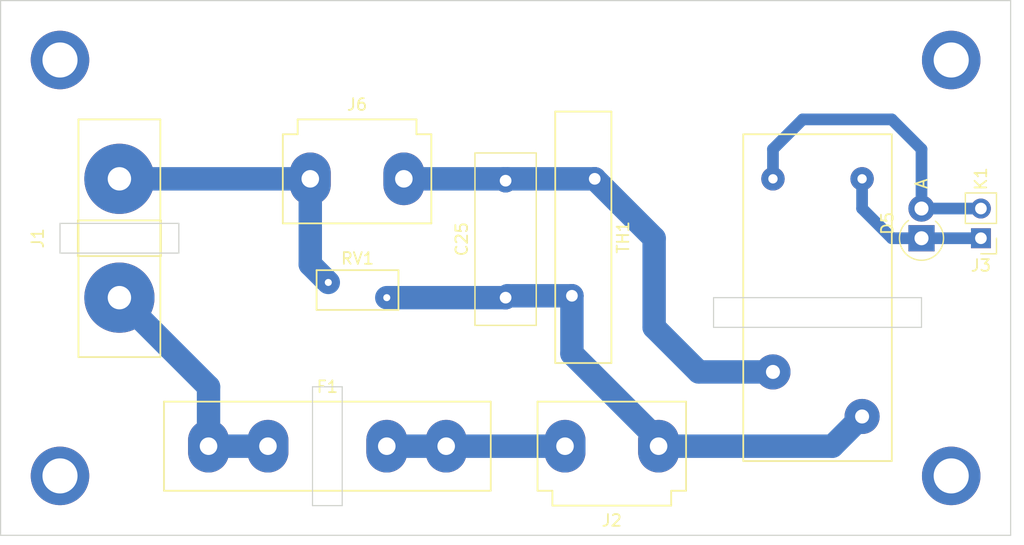
<source format=kicad_pcb>
(kicad_pcb (version 20171130) (host pcbnew 5.0.2-bee76a0~70~ubuntu16.04.1)

  (general
    (thickness 1.6)
    (drawings 16)
    (tracks 38)
    (zones 0)
    (modules 10)
    (nets 8)
  )

  (page A4)
  (layers
    (0 F.Cu signal)
    (31 B.Cu signal)
    (32 B.Adhes user)
    (33 F.Adhes user)
    (34 B.Paste user)
    (35 F.Paste user)
    (36 B.SilkS user)
    (37 F.SilkS user)
    (38 B.Mask user)
    (39 F.Mask user)
    (40 Dwgs.User user)
    (41 Cmts.User user)
    (42 Eco1.User user)
    (43 Eco2.User user)
    (44 Edge.Cuts user)
    (45 Margin user)
    (46 B.CrtYd user)
    (47 F.CrtYd user)
    (48 B.Fab user)
    (49 F.Fab user)
  )

  (setup
    (last_trace_width 1)
    (trace_clearance 1)
    (zone_clearance 0.508)
    (zone_45_only no)
    (trace_min 0.2)
    (segment_width 0.2)
    (edge_width 0.1)
    (via_size 0.8)
    (via_drill 0.4)
    (via_min_size 0.4)
    (via_min_drill 0.3)
    (uvia_size 0.3)
    (uvia_drill 0.1)
    (uvias_allowed no)
    (uvia_min_size 0.2)
    (uvia_min_drill 0.1)
    (pcb_text_width 0.3)
    (pcb_text_size 1.5 1.5)
    (mod_edge_width 0.15)
    (mod_text_size 1 1)
    (mod_text_width 0.15)
    (pad_size 1.5 1.5)
    (pad_drill 0.6)
    (pad_to_mask_clearance 0)
    (aux_axis_origin 0 0)
    (visible_elements FFFFFF7F)
    (pcbplotparams
      (layerselection 0x010fc_ffffffff)
      (usegerberextensions false)
      (usegerberattributes false)
      (usegerberadvancedattributes false)
      (creategerberjobfile false)
      (excludeedgelayer true)
      (linewidth 0.100000)
      (plotframeref false)
      (viasonmask false)
      (mode 1)
      (useauxorigin false)
      (hpglpennumber 1)
      (hpglpenspeed 20)
      (hpglpendiameter 15.000000)
      (psnegative false)
      (psa4output false)
      (plotreference true)
      (plotvalue true)
      (plotinvisibletext false)
      (padsonsilk false)
      (subtractmaskfromsilk false)
      (outputformat 1)
      (mirror false)
      (drillshape 1)
      (scaleselection 1)
      (outputdirectory ""))
  )

  (net 0 "")
  (net 1 "Net-(C25-Pad1)")
  (net 2 "Net-(C25-Pad2)")
  (net 3 "Net-(D5-Pad1)")
  (net 4 "Net-(D5-Pad2)")
  (net 5 "Net-(F1-Pad2)")
  (net 6 "Net-(F1-Pad1)")
  (net 7 "Net-(J1-Pad2)")

  (net_class Default "This is the default net class."
    (clearance 1)
    (trace_width 1)
    (via_dia 0.8)
    (via_drill 0.4)
    (uvia_dia 0.3)
    (uvia_drill 0.1)
    (add_net "Net-(C25-Pad1)")
    (add_net "Net-(C25-Pad2)")
    (add_net "Net-(D5-Pad1)")
    (add_net "Net-(D5-Pad2)")
    (add_net "Net-(F1-Pad1)")
    (add_net "Net-(F1-Pad2)")
    (add_net "Net-(J1-Pad2)")
  )

  (module Capacitor_THT:C_Disc_D14.5mm_W5.0mm_P10.00mm (layer F.Cu) (tedit 5AE50EF0) (tstamp 5CEFA5DA)
    (at 53.34 35.56 90)
    (descr "C, Disc series, Radial, pin pitch=10.00mm, , diameter*width=14.5*5.0mm^2, Capacitor, http://www.vishay.com/docs/28535/vy2series.pdf")
    (tags "C Disc series Radial pin pitch 10.00mm  diameter 14.5mm width 5.0mm Capacitor")
    (path /5BCEF457)
    (fp_text reference C25 (at 5 -3.75 90) (layer F.SilkS)
      (effects (font (size 1 1) (thickness 0.15)))
    )
    (fp_text value "203M SF 250V AC" (at 5 3.75 90) (layer F.Fab)
      (effects (font (size 1 1) (thickness 0.15)))
    )
    (fp_line (start -2.25 -2.5) (end -2.25 2.5) (layer F.Fab) (width 0.1))
    (fp_line (start -2.25 2.5) (end 12.25 2.5) (layer F.Fab) (width 0.1))
    (fp_line (start 12.25 2.5) (end 12.25 -2.5) (layer F.Fab) (width 0.1))
    (fp_line (start 12.25 -2.5) (end -2.25 -2.5) (layer F.Fab) (width 0.1))
    (fp_line (start -2.37 -2.62) (end 12.37 -2.62) (layer F.SilkS) (width 0.12))
    (fp_line (start -2.37 2.62) (end 12.37 2.62) (layer F.SilkS) (width 0.12))
    (fp_line (start -2.37 -2.62) (end -2.37 2.62) (layer F.SilkS) (width 0.12))
    (fp_line (start 12.37 -2.62) (end 12.37 2.62) (layer F.SilkS) (width 0.12))
    (fp_line (start -2.5 -2.75) (end -2.5 2.75) (layer F.CrtYd) (width 0.05))
    (fp_line (start -2.5 2.75) (end 12.5 2.75) (layer F.CrtYd) (width 0.05))
    (fp_line (start 12.5 2.75) (end 12.5 -2.75) (layer F.CrtYd) (width 0.05))
    (fp_line (start 12.5 -2.75) (end -2.5 -2.75) (layer F.CrtYd) (width 0.05))
    (fp_text user %R (at 5 0 90) (layer F.Fab)
      (effects (font (size 1 1) (thickness 0.15)))
    )
    (pad 1 thru_hole circle (at 0 0 90) (size 2 2) (drill 1) (layers *.Cu *.Mask)
      (net 1 "Net-(C25-Pad1)"))
    (pad 2 thru_hole circle (at 10 0 90) (size 2 2) (drill 1) (layers *.Cu *.Mask)
      (net 2 "Net-(C25-Pad2)"))
    (model ${KISYS3DMOD}/Capacitor_THT.3dshapes/C_Disc_D14.5mm_W5.0mm_P10.00mm.wrl
      (at (xyz 0 0 0))
      (scale (xyz 1 1 1))
      (rotate (xyz 0 0 0))
    )
  )

  (module mixersupply_fuse:Fuseholder0520 (layer F.Cu) (tedit 5BC4A14C) (tstamp 5CEFA605)
    (at 38.1 48.26)
    (path /5BA8F401)
    (fp_text reference F1 (at 0 -5.08) (layer F.SilkS)
      (effects (font (size 1 1) (thickness 0.15)))
    )
    (fp_text value "Fuse 1.6A T" (at 0 -6.35) (layer F.Fab)
      (effects (font (size 1 1) (thickness 0.15)))
    )
    (fp_line (start 13.97 -3.81) (end 13.97 3.81) (layer F.SilkS) (width 0.15))
    (fp_line (start 13.97 3.81) (end -13.97 3.81) (layer F.SilkS) (width 0.15))
    (fp_line (start -13.97 3.81) (end -13.97 -3.81) (layer F.SilkS) (width 0.15))
    (fp_line (start -13.97 -3.81) (end 13.97 -3.81) (layer F.SilkS) (width 0.15))
    (pad 2 thru_hole oval (at 10.16 0 90) (size 4.5 3.5) (drill 1.5) (layers *.Cu *.Mask)
      (net 5 "Net-(F1-Pad2)"))
    (pad 2 thru_hole oval (at 5.08 0 90) (size 4.5 3.5) (drill 1.5) (layers *.Cu *.Mask)
      (net 5 "Net-(F1-Pad2)"))
    (pad 1 thru_hole oval (at -5.08 0 90) (size 4.5 3.5) (drill 1.5) (layers *.Cu *.Mask)
      (net 6 "Net-(F1-Pad1)"))
    (pad 1 thru_hole oval (at -10.16 0 90) (size 4.5 3.5) (drill 1.5) (layers *.Cu *.Mask)
      (net 6 "Net-(F1-Pad1)"))
  )

  (module mixersupply_connectors:AC_Connector (layer F.Cu) (tedit 5BC49EDC) (tstamp 5CEFA614)
    (at 20.32 30.48 90)
    (path /5BAE5D12)
    (fp_text reference J1 (at 0 -6.985 90) (layer F.SilkS)
      (effects (font (size 1 1) (thickness 0.15)))
    )
    (fp_text value "230V In" (at 0 -8.255 90) (layer F.Fab)
      (effects (font (size 1 1) (thickness 0.15)))
    )
    (fp_line (start -10.16 -3.5) (end 10.16 -3.5) (layer F.SilkS) (width 0.15))
    (fp_line (start 10.16 -3.5) (end 10.16 3.5) (layer F.SilkS) (width 0.15))
    (fp_line (start 10.16 3.5) (end -10.16 3.5) (layer F.SilkS) (width 0.15))
    (fp_line (start -10.16 3.5) (end -10.16 -3.5) (layer F.SilkS) (width 0.15))
    (fp_line (start 0 -3.556) (end 1.524 -3.556) (layer F.SilkS) (width 0.15))
    (fp_line (start 1.524 -3.556) (end 1.524 3.556) (layer F.SilkS) (width 0.15))
    (fp_line (start 1.524 3.556) (end -1.524 3.556) (layer F.SilkS) (width 0.15))
    (fp_line (start -1.524 3.556) (end -1.524 -3.556) (layer F.SilkS) (width 0.15))
    (fp_line (start -1.524 -3.556) (end 0 -3.556) (layer F.SilkS) (width 0.15))
    (pad 1 thru_hole circle (at -5.08 0 90) (size 6 6) (drill 2) (layers *.Cu *.Mask)
      (net 6 "Net-(F1-Pad1)"))
    (pad 2 thru_hole circle (at 5.08 0 90) (size 6 6) (drill 2) (layers *.Cu *.Mask)
      (net 7 "Net-(J1-Pad2)"))
  )

  (module mixersupply_connectors:2Pin_8mm_w_clipconnector (layer F.Cu) (tedit 5BC4A364) (tstamp 5CEFA622)
    (at 62.42 48.26 180)
    (path /5BD2B533)
    (fp_text reference J2 (at 0 -6.35 180) (layer F.SilkS)
      (effects (font (size 1 1) (thickness 0.15)))
    )
    (fp_text value "PWR Switch" (at 0 -7.62 180) (layer F.Fab)
      (effects (font (size 1 1) (thickness 0.15)))
    )
    (fp_line (start 6.35 -3.81) (end 6.35 3.81) (layer F.SilkS) (width 0.15))
    (fp_line (start 6.35 3.81) (end -6.35 3.81) (layer F.SilkS) (width 0.15))
    (fp_line (start -6.35 3.81) (end -6.35 -3.81) (layer F.SilkS) (width 0.15))
    (fp_line (start -6.35 -3.81) (end -5.08 -3.81) (layer F.SilkS) (width 0.15))
    (fp_line (start -5.08 -3.81) (end -5.08 -5.08) (layer F.SilkS) (width 0.15))
    (fp_line (start -5.08 -5.08) (end 5.08 -5.08) (layer F.SilkS) (width 0.15))
    (fp_line (start 5.08 -5.08) (end 5.08 -3.81) (layer F.SilkS) (width 0.15))
    (fp_line (start 5.08 -3.81) (end 6.35 -3.81) (layer F.SilkS) (width 0.15))
    (pad 1 thru_hole oval (at 4 0 270) (size 4.5 3.5) (drill 1.5) (layers *.Cu *.Mask)
      (net 5 "Net-(F1-Pad2)"))
    (pad 2 thru_hole oval (at -4 0 270) (size 4.5 3.5) (drill 1.5) (layers *.Cu *.Mask)
      (net 1 "Net-(C25-Pad1)"))
  )

  (module Connector_PinHeader_2.54mm:PinHeader_1x02_P2.54mm_Vertical (layer F.Cu) (tedit 59FED5CC) (tstamp 5CEFA638)
    (at 93.98 30.48 180)
    (descr "Through hole straight pin header, 1x02, 2.54mm pitch, single row")
    (tags "Through hole pin header THT 1x02 2.54mm single row")
    (path /5CF08DB4)
    (fp_text reference J3 (at 0 -2.33 180) (layer F.SilkS)
      (effects (font (size 1 1) (thickness 0.15)))
    )
    (fp_text value Relais_on (at 0 4.87 180) (layer F.Fab)
      (effects (font (size 1 1) (thickness 0.15)))
    )
    (fp_line (start -0.635 -1.27) (end 1.27 -1.27) (layer F.Fab) (width 0.1))
    (fp_line (start 1.27 -1.27) (end 1.27 3.81) (layer F.Fab) (width 0.1))
    (fp_line (start 1.27 3.81) (end -1.27 3.81) (layer F.Fab) (width 0.1))
    (fp_line (start -1.27 3.81) (end -1.27 -0.635) (layer F.Fab) (width 0.1))
    (fp_line (start -1.27 -0.635) (end -0.635 -1.27) (layer F.Fab) (width 0.1))
    (fp_line (start -1.33 3.87) (end 1.33 3.87) (layer F.SilkS) (width 0.12))
    (fp_line (start -1.33 1.27) (end -1.33 3.87) (layer F.SilkS) (width 0.12))
    (fp_line (start 1.33 1.27) (end 1.33 3.87) (layer F.SilkS) (width 0.12))
    (fp_line (start -1.33 1.27) (end 1.33 1.27) (layer F.SilkS) (width 0.12))
    (fp_line (start -1.33 0) (end -1.33 -1.33) (layer F.SilkS) (width 0.12))
    (fp_line (start -1.33 -1.33) (end 0 -1.33) (layer F.SilkS) (width 0.12))
    (fp_line (start -1.8 -1.8) (end -1.8 4.35) (layer F.CrtYd) (width 0.05))
    (fp_line (start -1.8 4.35) (end 1.8 4.35) (layer F.CrtYd) (width 0.05))
    (fp_line (start 1.8 4.35) (end 1.8 -1.8) (layer F.CrtYd) (width 0.05))
    (fp_line (start 1.8 -1.8) (end -1.8 -1.8) (layer F.CrtYd) (width 0.05))
    (fp_text user %R (at 0 1.27 270) (layer F.Fab)
      (effects (font (size 1 1) (thickness 0.15)))
    )
    (pad 1 thru_hole rect (at 0 0 180) (size 1.7 1.7) (drill 1) (layers *.Cu *.Mask)
      (net 3 "Net-(D5-Pad1)"))
    (pad 2 thru_hole oval (at 0 2.54 180) (size 1.7 1.7) (drill 1) (layers *.Cu *.Mask)
      (net 4 "Net-(D5-Pad2)"))
    (model ${KISYS3DMOD}/Connector_PinHeader_2.54mm.3dshapes/PinHeader_1x02_P2.54mm_Vertical.wrl
      (at (xyz 0 0 0))
      (scale (xyz 1 1 1))
      (rotate (xyz 0 0 0))
    )
  )

  (module mixersupply_connectors:2Pin_8mm_w_clipconnector (layer F.Cu) (tedit 5BC4A364) (tstamp 5CEFA646)
    (at 40.64 25.4)
    (path /5BC67AD5)
    (fp_text reference J6 (at 0 -6.35) (layer F.SilkS)
      (effects (font (size 1 1) (thickness 0.15)))
    )
    (fp_text value "Transformator Primary" (at 0 -7.62) (layer F.Fab)
      (effects (font (size 1 1) (thickness 0.15)))
    )
    (fp_line (start 5.08 -3.81) (end 6.35 -3.81) (layer F.SilkS) (width 0.15))
    (fp_line (start 5.08 -5.08) (end 5.08 -3.81) (layer F.SilkS) (width 0.15))
    (fp_line (start -5.08 -5.08) (end 5.08 -5.08) (layer F.SilkS) (width 0.15))
    (fp_line (start -5.08 -3.81) (end -5.08 -5.08) (layer F.SilkS) (width 0.15))
    (fp_line (start -6.35 -3.81) (end -5.08 -3.81) (layer F.SilkS) (width 0.15))
    (fp_line (start -6.35 3.81) (end -6.35 -3.81) (layer F.SilkS) (width 0.15))
    (fp_line (start 6.35 3.81) (end -6.35 3.81) (layer F.SilkS) (width 0.15))
    (fp_line (start 6.35 -3.81) (end 6.35 3.81) (layer F.SilkS) (width 0.15))
    (pad 2 thru_hole oval (at -4 0 90) (size 4.5 3.5) (drill 1.5) (layers *.Cu *.Mask)
      (net 7 "Net-(J1-Pad2)"))
    (pad 1 thru_hole oval (at 4 0 90) (size 4.5 3.5) (drill 1.5) (layers *.Cu *.Mask)
      (net 2 "Net-(C25-Pad2)"))
  )

  (module "mixersupply_relay:Relais DEG SDT-S-105LMR" (layer F.Cu) (tedit 5BC4BB47) (tstamp 5CEFA652)
    (at 83.82 25.4 270)
    (path /5BD04C3D)
    (fp_text reference K1 (at 0 -10.16 270) (layer F.SilkS)
      (effects (font (size 1 1) (thickness 0.15)))
    )
    (fp_text value "DEG SDT-S-105LMR" (at 0 -11.43 270) (layer F.Fab)
      (effects (font (size 1 1) (thickness 0.15)))
    )
    (fp_line (start -3.81 -2.54) (end 24.13 -2.54) (layer F.SilkS) (width 0.15))
    (fp_line (start 24.13 -2.54) (end 24.13 10.16) (layer F.SilkS) (width 0.15))
    (fp_line (start 24.13 10.16) (end -3.81 10.16) (layer F.SilkS) (width 0.15))
    (fp_line (start -3.81 10.16) (end -3.81 -2.54) (layer F.SilkS) (width 0.15))
    (pad A1 thru_hole circle (at 0 0 270) (size 2 2) (drill 0.8) (layers *.Cu *.Mask)
      (net 3 "Net-(D5-Pad1)"))
    (pad A2 thru_hole circle (at 0 7.62 270) (size 2 2) (drill 0.8) (layers *.Cu *.Mask)
      (net 4 "Net-(D5-Pad2)"))
    (pad 11 thru_hole circle (at 16.51 7.62 270) (size 3 3) (drill 1.2) (layers *.Cu *.Mask)
      (net 2 "Net-(C25-Pad2)"))
    (pad 14 thru_hole circle (at 20.32 0 270) (size 3 3) (drill 1.2) (layers *.Cu *.Mask)
      (net 1 "Net-(C25-Pad1)"))
  )

  (module Varistor:RV_Disc_D7mm_W3.4mm_P5mm (layer F.Cu) (tedit 5A0F68DF) (tstamp 5CEFB0E9)
    (at 43.18 35.56 180)
    (descr "Varistor, diameter 7mm, width 3.4mm, pitch 5mm")
    (tags "varistor SIOV")
    (path /5BDC383D)
    (fp_text reference RV1 (at 2.5 3.35 180) (layer F.SilkS)
      (effects (font (size 1 1) (thickness 0.15)))
    )
    (fp_text value Varistor (at 2.5 -2.05 180) (layer F.Fab)
      (effects (font (size 1 1) (thickness 0.15)))
    )
    (fp_text user %R (at 2.5 0.65 180) (layer F.Fab)
      (effects (font (size 1 1) (thickness 0.15)))
    )
    (fp_line (start -1.25 2.6) (end 6.25 2.6) (layer F.CrtYd) (width 0.05))
    (fp_line (start -1.25 -1.3) (end 6.25 -1.3) (layer F.CrtYd) (width 0.05))
    (fp_line (start 6.25 -1.3) (end 6.25 2.6) (layer F.CrtYd) (width 0.05))
    (fp_line (start -1.25 -1.3) (end -1.25 2.6) (layer F.CrtYd) (width 0.05))
    (fp_line (start -1 2.35) (end 6 2.35) (layer F.SilkS) (width 0.15))
    (fp_line (start -1 -1.05) (end 6 -1.05) (layer F.SilkS) (width 0.15))
    (fp_line (start 6 -1.05) (end 6 2.35) (layer F.SilkS) (width 0.15))
    (fp_line (start -1 -1.05) (end -1 2.35) (layer F.SilkS) (width 0.15))
    (fp_line (start -1 2.35) (end 6 2.35) (layer F.Fab) (width 0.1))
    (fp_line (start -1 -1.05) (end 6 -1.05) (layer F.Fab) (width 0.1))
    (fp_line (start 6 -1.05) (end 6 2.35) (layer F.Fab) (width 0.1))
    (fp_line (start -1 -1.05) (end -1 2.35) (layer F.Fab) (width 0.1))
    (pad 1 thru_hole circle (at 0 0 180) (size 1.6 1.6) (drill 0.6) (layers *.Cu *.Mask)
      (net 1 "Net-(C25-Pad1)"))
    (pad 2 thru_hole circle (at 5 1.3 180) (size 1.6 1.6) (drill 0.6) (layers *.Cu *.Mask)
      (net 7 "Net-(J1-Pad2)"))
    (model ${KISYS3DMOD}/Varistor.3dshapes/RV_Disc_D7mm_W3.4mm_P5mm.wrl
      (at (xyz 0 0 0))
      (scale (xyz 1 1 1))
      (rotate (xyz 0 0 0))
    )
  )

  (module Varistor:RV_Disc_D21.5mm_W4.8mm_P10mm (layer F.Cu) (tedit 5A0F68FE) (tstamp 5CEFA678)
    (at 59.01 35.4 90)
    (descr "Varistor, diameter 21.5mm, width 4.8mm, pitch 10mm")
    (tags "varistor SIOV")
    (path /5BCBFCA3)
    (fp_text reference TH1 (at 5 4.375 90) (layer F.SilkS)
      (effects (font (size 1 1) (thickness 0.15)))
    )
    (fp_text value Thermistor_NTC (at 5 -2.425 90) (layer F.Fab)
      (effects (font (size 1 1) (thickness 0.15)))
    )
    (fp_text user %R (at 5 0.975 90) (layer F.Fab)
      (effects (font (size 1 1) (thickness 0.15)))
    )
    (fp_line (start -6 3.63) (end 16 3.63) (layer F.CrtYd) (width 0.05))
    (fp_line (start -6 -1.68) (end 16 -1.68) (layer F.CrtYd) (width 0.05))
    (fp_line (start 16 -1.68) (end 16 3.63) (layer F.CrtYd) (width 0.05))
    (fp_line (start -6 -1.68) (end -6 3.63) (layer F.CrtYd) (width 0.05))
    (fp_line (start -5.75 3.375) (end 15.75 3.375) (layer F.SilkS) (width 0.15))
    (fp_line (start -5.75 -1.425) (end 15.75 -1.425) (layer F.SilkS) (width 0.15))
    (fp_line (start 15.75 -1.425) (end 15.75 3.375) (layer F.SilkS) (width 0.15))
    (fp_line (start -5.75 -1.425) (end -5.75 3.375) (layer F.SilkS) (width 0.15))
    (fp_line (start -5.75 3.375) (end 15.75 3.375) (layer F.Fab) (width 0.1))
    (fp_line (start -5.75 -1.425) (end 15.75 -1.425) (layer F.Fab) (width 0.1))
    (fp_line (start 15.75 -1.425) (end 15.75 3.375) (layer F.Fab) (width 0.1))
    (fp_line (start -5.75 -1.425) (end -5.75 3.375) (layer F.Fab) (width 0.1))
    (pad 1 thru_hole circle (at 0 0 90) (size 2 2) (drill 1) (layers *.Cu *.Mask)
      (net 1 "Net-(C25-Pad1)"))
    (pad 2 thru_hole circle (at 10 1.95 90) (size 2 2) (drill 1) (layers *.Cu *.Mask)
      (net 2 "Net-(C25-Pad2)"))
    (model ${KISYS3DMOD}/Varistor.3dshapes/RV_Disc_D21.5mm_W4.8mm_P10mm.wrl
      (at (xyz 0 0 0))
      (scale (xyz 1 1 1))
      (rotate (xyz 0 0 0))
    )
  )

  (module Diode_THT:D_DO-15_P2.54mm_Vertical_AnodeUp (layer F.Cu) (tedit 5AE50CD5) (tstamp 5CEFB622)
    (at 88.9 30.48 90)
    (descr "Diode, DO-15 series, Axial, Vertical, pin pitch=2.54mm, , length*diameter=7.6*3.6mm^2, , http://www.diodes.com/_files/packages/DO-15.pdf")
    (tags "Diode DO-15 series Axial Vertical pin pitch 2.54mm  length 7.6mm diameter 3.6mm")
    (path /5BA90880)
    (fp_text reference D5 (at 1.27 -2.92 90) (layer F.SilkS)
      (effects (font (size 1 1) (thickness 0.15)))
    )
    (fp_text value DIODE (at 1.27 3.809 90) (layer F.Fab)
      (effects (font (size 1 1) (thickness 0.15)))
    )
    (fp_arc (start 0 0) (end 1.514596 -1.12) (angle -284.154462) (layer F.SilkS) (width 0.12))
    (fp_circle (center 0 0) (end 1.8 0) (layer F.Fab) (width 0.1))
    (fp_line (start 0 0) (end 2.54 0) (layer F.Fab) (width 0.1))
    (fp_line (start -2.05 -2.05) (end -2.05 2.05) (layer F.CrtYd) (width 0.05))
    (fp_line (start -2.05 2.05) (end 3.91 2.05) (layer F.CrtYd) (width 0.05))
    (fp_line (start 3.91 2.05) (end 3.91 -2.05) (layer F.CrtYd) (width 0.05))
    (fp_line (start 3.91 -2.05) (end -2.05 -2.05) (layer F.CrtYd) (width 0.05))
    (fp_text user %R (at 1.27 -2.92 90) (layer F.Fab)
      (effects (font (size 1 1) (thickness 0.15)))
    )
    (fp_text user A (at 4.66 0 90) (layer F.Fab)
      (effects (font (size 1 1) (thickness 0.15)))
    )
    (fp_text user A (at 4.66 0 90) (layer F.SilkS)
      (effects (font (size 1 1) (thickness 0.15)))
    )
    (pad 1 thru_hole rect (at 0 0 90) (size 2.24 2.24) (drill 1.2) (layers *.Cu *.Mask)
      (net 3 "Net-(D5-Pad1)"))
    (pad 2 thru_hole oval (at 2.54 0 90) (size 2.24 2.24) (drill 1.2) (layers *.Cu *.Mask)
      (net 4 "Net-(D5-Pad2)"))
    (model ${KISYS3DMOD}/Diode_THT.3dshapes/D_DO-15_P2.54mm_Vertical_AnodeUp.wrl
      (at (xyz 0 0 0))
      (scale (xyz 1 1 1))
      (rotate (xyz 0 0 0))
    )
  )

  (gr_line (start 39.37 43.18) (end 36.83 43.18) (layer Edge.Cuts) (width 0.1))
  (gr_line (start 39.37 53.34) (end 39.37 43.18) (layer Edge.Cuts) (width 0.1))
  (gr_line (start 36.83 53.34) (end 39.37 53.34) (layer Edge.Cuts) (width 0.1))
  (gr_line (start 36.83 43.18) (end 36.83 53.34) (layer Edge.Cuts) (width 0.1))
  (gr_line (start 15.24 31.75) (end 15.24 29.21) (layer Edge.Cuts) (width 0.1))
  (gr_line (start 25.4 31.75) (end 15.24 31.75) (layer Edge.Cuts) (width 0.1))
  (gr_line (start 25.4 29.21) (end 25.4 31.75) (layer Edge.Cuts) (width 0.1))
  (gr_line (start 15.24 29.21) (end 25.4 29.21) (layer Edge.Cuts) (width 0.1))
  (gr_line (start 10.16 55.88) (end 10.16 10.16) (layer Edge.Cuts) (width 0.1))
  (gr_line (start 96.52 55.88) (end 10.16 55.88) (layer Edge.Cuts) (width 0.1))
  (gr_line (start 96.52 10.16) (end 96.52 55.88) (layer Edge.Cuts) (width 0.1))
  (gr_line (start 10.16 10.16) (end 96.52 10.16) (layer Edge.Cuts) (width 0.1))
  (gr_line (start 71.12 35.56) (end 71.12 38.1) (layer Edge.Cuts) (width 0.1))
  (gr_line (start 88.9 35.56) (end 71.12 35.56) (layer Edge.Cuts) (width 0.1))
  (gr_line (start 88.9 38.1) (end 88.9 35.56) (layer Edge.Cuts) (width 0.1))
  (gr_line (start 71.12 38.1) (end 88.9 38.1) (layer Edge.Cuts) (width 0.1))

  (via (at 15.24 15.24) (size 5) (drill 3) (layers F.Cu B.Cu) (net 0))
  (via (at 15.24 50.8) (size 5) (drill 3) (layers F.Cu B.Cu) (net 0) (tstamp 5CEFB3E8))
  (via (at 91.44 15.24) (size 5) (drill 3) (layers F.Cu B.Cu) (net 0) (tstamp 5CEFB6A1))
  (via (at 91.44 50.8) (size 5) (drill 3) (layers F.Cu B.Cu) (net 0) (tstamp 5CEFB6A3))
  (segment (start 53.34 35.56) (end 43.18 35.56) (width 2) (layer B.Cu) (net 1) (status 30))
  (segment (start 81.28 48.26) (end 83.82 45.72) (width 2) (layer B.Cu) (net 1) (status 20))
  (segment (start 59.01 35.4) (end 59.01 40.35) (width 2) (layer B.Cu) (net 1) (status 10))
  (segment (start 53.5 35.4) (end 53.34 35.56) (width 2) (layer B.Cu) (net 1) (status 30))
  (segment (start 59.01 35.4) (end 53.5 35.4) (width 2) (layer B.Cu) (net 1) (status 30))
  (segment (start 66.42 48.26) (end 81.28 48.26) (width 2) (layer B.Cu) (net 1))
  (segment (start 66.42 47.76) (end 66.42 48.26) (width 2) (layer B.Cu) (net 1))
  (segment (start 59.01 40.35) (end 66.42 47.76) (width 2) (layer B.Cu) (net 1))
  (segment (start 66.04 30.48) (end 66.04 38.1) (width 2) (layer B.Cu) (net 2))
  (segment (start 60.96 25.4) (end 66.04 30.48) (width 2) (layer B.Cu) (net 2) (status 10))
  (segment (start 69.85 41.91) (end 66.04 38.1) (width 2) (layer B.Cu) (net 2))
  (segment (start 76.2 41.91) (end 69.85 41.91) (width 2) (layer B.Cu) (net 2) (status 10))
  (segment (start 53.5 25.4) (end 53.34 25.56) (width 2) (layer B.Cu) (net 2) (status 30))
  (segment (start 60.96 25.4) (end 53.5 25.4) (width 2) (layer B.Cu) (net 2) (status 30))
  (segment (start 53.18 25.4) (end 53.34 25.56) (width 2) (layer B.Cu) (net 2))
  (segment (start 44.64 25.4) (end 53.18 25.4) (width 2) (layer B.Cu) (net 2))
  (segment (start 93.98 30.48) (end 88.9 30.48) (width 1) (layer B.Cu) (net 3))
  (segment (start 83.82 25.4) (end 83.82 27.94) (width 1) (layer B.Cu) (net 3))
  (segment (start 86.36 30.48) (end 88.9 30.48) (width 1) (layer B.Cu) (net 3))
  (segment (start 83.82 27.94) (end 86.36 30.48) (width 1) (layer B.Cu) (net 3))
  (segment (start 86.36 20.32) (end 78.74 20.32) (width 1) (layer B.Cu) (net 4))
  (segment (start 78.74 20.32) (end 76.2 22.86) (width 1) (layer B.Cu) (net 4))
  (segment (start 76.2 22.86) (end 76.2 25.4) (width 1) (layer B.Cu) (net 4) (status 20))
  (segment (start 93.98 27.94) (end 88.9 27.94) (width 1) (layer B.Cu) (net 4))
  (segment (start 88.9 22.86) (end 86.36 20.32) (width 1) (layer B.Cu) (net 4))
  (segment (start 88.9 27.94) (end 88.9 22.86) (width 1) (layer B.Cu) (net 4))
  (segment (start 43.18 48.26) (end 48.26 48.26) (width 2) (layer B.Cu) (net 5) (status 30))
  (segment (start 48.26 48.26) (end 58.42 48.26) (width 2) (layer B.Cu) (net 5))
  (segment (start 33.02 48.26) (end 27.94 48.26) (width 2) (layer B.Cu) (net 6) (status 30))
  (segment (start 27.94 43.18) (end 20.32 35.56) (width 2) (layer B.Cu) (net 6) (status 20))
  (segment (start 27.94 48.26) (end 27.94 43.18) (width 2) (layer B.Cu) (net 6) (status 10))
  (segment (start 36.64 32.72) (end 38.18 34.26) (width 2) (layer B.Cu) (net 7))
  (segment (start 36.64 25.4) (end 36.64 32.72) (width 2) (layer B.Cu) (net 7))
  (segment (start 36.64 25.4) (end 20.32 25.4) (width 2) (layer B.Cu) (net 7))

)

</source>
